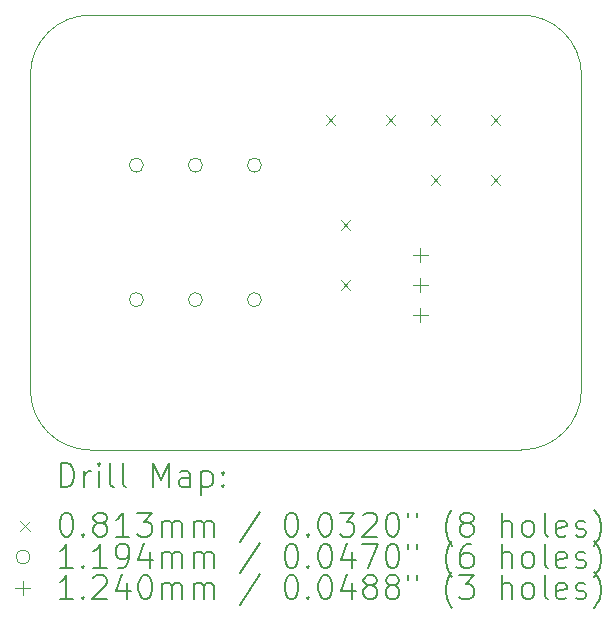
<source format=gbr>
%TF.GenerationSoftware,KiCad,Pcbnew,8.0.1-rc1*%
%TF.CreationDate,2024-04-19T00:03:45-05:00*%
%TF.ProjectId,voltage_converter,766f6c74-6167-4655-9f63-6f6e76657274,rev?*%
%TF.SameCoordinates,Original*%
%TF.FileFunction,Drillmap*%
%TF.FilePolarity,Positive*%
%FSLAX45Y45*%
G04 Gerber Fmt 4.5, Leading zero omitted, Abs format (unit mm)*
G04 Created by KiCad (PCBNEW 8.0.1-rc1) date 2024-04-19 00:03:45*
%MOMM*%
%LPD*%
G01*
G04 APERTURE LIST*
%ADD10C,0.050000*%
%ADD11C,0.200000*%
%ADD12C,0.100000*%
%ADD13C,0.119380*%
%ADD14C,0.124000*%
G04 APERTURE END LIST*
D10*
X13025110Y-12341360D02*
G75*
G02*
X12517110Y-11833360I0J508000D01*
G01*
X12517110Y-9167360D02*
G75*
G02*
X13025110Y-8659360I508000J0D01*
G01*
X16675110Y-8659360D02*
G75*
G02*
X17183110Y-9167360I0J-508000D01*
G01*
X17183110Y-11833360D02*
G75*
G02*
X16675110Y-12341360I-508000J0D01*
G01*
X13025110Y-12341360D02*
X16675110Y-12341360D01*
X17183110Y-11833360D02*
X17183110Y-9167360D01*
X16675110Y-8659360D02*
X13025110Y-8659360D01*
X12517110Y-9167360D02*
X12517110Y-11833360D01*
D11*
D12*
X15016470Y-9506720D02*
X15097750Y-9588000D01*
X15097750Y-9506720D02*
X15016470Y-9588000D01*
X15143470Y-10395720D02*
X15224750Y-10477000D01*
X15224750Y-10395720D02*
X15143470Y-10477000D01*
X15143470Y-10903720D02*
X15224750Y-10985000D01*
X15224750Y-10903720D02*
X15143470Y-10985000D01*
X15524470Y-9506720D02*
X15605750Y-9588000D01*
X15605750Y-9506720D02*
X15524470Y-9588000D01*
X15905470Y-9506720D02*
X15986750Y-9588000D01*
X15986750Y-9506720D02*
X15905470Y-9588000D01*
X15905470Y-10014720D02*
X15986750Y-10096000D01*
X15986750Y-10014720D02*
X15905470Y-10096000D01*
X16413470Y-9506720D02*
X16494750Y-9588000D01*
X16494750Y-9506720D02*
X16413470Y-9588000D01*
X16413470Y-10014720D02*
X16494750Y-10096000D01*
X16494750Y-10014720D02*
X16413470Y-10096000D01*
D13*
X13473800Y-9930360D02*
G75*
G02*
X13354420Y-9930360I-59690J0D01*
G01*
X13354420Y-9930360D02*
G75*
G02*
X13473800Y-9930360I59690J0D01*
G01*
X13473800Y-11069360D02*
G75*
G02*
X13354420Y-11069360I-59690J0D01*
G01*
X13354420Y-11069360D02*
G75*
G02*
X13473800Y-11069360I59690J0D01*
G01*
X13973800Y-9930360D02*
G75*
G02*
X13854420Y-9930360I-59690J0D01*
G01*
X13854420Y-9930360D02*
G75*
G02*
X13973800Y-9930360I59690J0D01*
G01*
X13973800Y-11069360D02*
G75*
G02*
X13854420Y-11069360I-59690J0D01*
G01*
X13854420Y-11069360D02*
G75*
G02*
X13973800Y-11069360I59690J0D01*
G01*
X14473800Y-9930360D02*
G75*
G02*
X14354420Y-9930360I-59690J0D01*
G01*
X14354420Y-9930360D02*
G75*
G02*
X14473800Y-9930360I59690J0D01*
G01*
X14473800Y-11069360D02*
G75*
G02*
X14354420Y-11069360I-59690J0D01*
G01*
X14354420Y-11069360D02*
G75*
G02*
X14473800Y-11069360I59690J0D01*
G01*
D14*
X15819110Y-10628360D02*
X15819110Y-10752360D01*
X15757110Y-10690360D02*
X15881110Y-10690360D01*
X15819110Y-10882360D02*
X15819110Y-11006360D01*
X15757110Y-10944360D02*
X15881110Y-10944360D01*
X15819110Y-11136360D02*
X15819110Y-11260360D01*
X15757110Y-11198360D02*
X15881110Y-11198360D01*
D11*
X12775387Y-12655344D02*
X12775387Y-12455344D01*
X12775387Y-12455344D02*
X12823006Y-12455344D01*
X12823006Y-12455344D02*
X12851577Y-12464868D01*
X12851577Y-12464868D02*
X12870625Y-12483915D01*
X12870625Y-12483915D02*
X12880149Y-12502963D01*
X12880149Y-12502963D02*
X12889672Y-12541058D01*
X12889672Y-12541058D02*
X12889672Y-12569629D01*
X12889672Y-12569629D02*
X12880149Y-12607725D01*
X12880149Y-12607725D02*
X12870625Y-12626772D01*
X12870625Y-12626772D02*
X12851577Y-12645820D01*
X12851577Y-12645820D02*
X12823006Y-12655344D01*
X12823006Y-12655344D02*
X12775387Y-12655344D01*
X12975387Y-12655344D02*
X12975387Y-12522010D01*
X12975387Y-12560106D02*
X12984911Y-12541058D01*
X12984911Y-12541058D02*
X12994434Y-12531534D01*
X12994434Y-12531534D02*
X13013482Y-12522010D01*
X13013482Y-12522010D02*
X13032530Y-12522010D01*
X13099196Y-12655344D02*
X13099196Y-12522010D01*
X13099196Y-12455344D02*
X13089672Y-12464868D01*
X13089672Y-12464868D02*
X13099196Y-12474391D01*
X13099196Y-12474391D02*
X13108720Y-12464868D01*
X13108720Y-12464868D02*
X13099196Y-12455344D01*
X13099196Y-12455344D02*
X13099196Y-12474391D01*
X13223006Y-12655344D02*
X13203958Y-12645820D01*
X13203958Y-12645820D02*
X13194434Y-12626772D01*
X13194434Y-12626772D02*
X13194434Y-12455344D01*
X13327768Y-12655344D02*
X13308720Y-12645820D01*
X13308720Y-12645820D02*
X13299196Y-12626772D01*
X13299196Y-12626772D02*
X13299196Y-12455344D01*
X13556339Y-12655344D02*
X13556339Y-12455344D01*
X13556339Y-12455344D02*
X13623006Y-12598201D01*
X13623006Y-12598201D02*
X13689672Y-12455344D01*
X13689672Y-12455344D02*
X13689672Y-12655344D01*
X13870625Y-12655344D02*
X13870625Y-12550582D01*
X13870625Y-12550582D02*
X13861101Y-12531534D01*
X13861101Y-12531534D02*
X13842053Y-12522010D01*
X13842053Y-12522010D02*
X13803958Y-12522010D01*
X13803958Y-12522010D02*
X13784911Y-12531534D01*
X13870625Y-12645820D02*
X13851577Y-12655344D01*
X13851577Y-12655344D02*
X13803958Y-12655344D01*
X13803958Y-12655344D02*
X13784911Y-12645820D01*
X13784911Y-12645820D02*
X13775387Y-12626772D01*
X13775387Y-12626772D02*
X13775387Y-12607725D01*
X13775387Y-12607725D02*
X13784911Y-12588677D01*
X13784911Y-12588677D02*
X13803958Y-12579153D01*
X13803958Y-12579153D02*
X13851577Y-12579153D01*
X13851577Y-12579153D02*
X13870625Y-12569629D01*
X13965863Y-12522010D02*
X13965863Y-12722010D01*
X13965863Y-12531534D02*
X13984911Y-12522010D01*
X13984911Y-12522010D02*
X14023006Y-12522010D01*
X14023006Y-12522010D02*
X14042053Y-12531534D01*
X14042053Y-12531534D02*
X14051577Y-12541058D01*
X14051577Y-12541058D02*
X14061101Y-12560106D01*
X14061101Y-12560106D02*
X14061101Y-12617248D01*
X14061101Y-12617248D02*
X14051577Y-12636296D01*
X14051577Y-12636296D02*
X14042053Y-12645820D01*
X14042053Y-12645820D02*
X14023006Y-12655344D01*
X14023006Y-12655344D02*
X13984911Y-12655344D01*
X13984911Y-12655344D02*
X13965863Y-12645820D01*
X14146815Y-12636296D02*
X14156339Y-12645820D01*
X14156339Y-12645820D02*
X14146815Y-12655344D01*
X14146815Y-12655344D02*
X14137292Y-12645820D01*
X14137292Y-12645820D02*
X14146815Y-12636296D01*
X14146815Y-12636296D02*
X14146815Y-12655344D01*
X14146815Y-12531534D02*
X14156339Y-12541058D01*
X14156339Y-12541058D02*
X14146815Y-12550582D01*
X14146815Y-12550582D02*
X14137292Y-12541058D01*
X14137292Y-12541058D02*
X14146815Y-12531534D01*
X14146815Y-12531534D02*
X14146815Y-12550582D01*
D12*
X12433330Y-12943220D02*
X12514610Y-13024500D01*
X12514610Y-12943220D02*
X12433330Y-13024500D01*
D11*
X12813482Y-12875344D02*
X12832530Y-12875344D01*
X12832530Y-12875344D02*
X12851577Y-12884868D01*
X12851577Y-12884868D02*
X12861101Y-12894391D01*
X12861101Y-12894391D02*
X12870625Y-12913439D01*
X12870625Y-12913439D02*
X12880149Y-12951534D01*
X12880149Y-12951534D02*
X12880149Y-12999153D01*
X12880149Y-12999153D02*
X12870625Y-13037248D01*
X12870625Y-13037248D02*
X12861101Y-13056296D01*
X12861101Y-13056296D02*
X12851577Y-13065820D01*
X12851577Y-13065820D02*
X12832530Y-13075344D01*
X12832530Y-13075344D02*
X12813482Y-13075344D01*
X12813482Y-13075344D02*
X12794434Y-13065820D01*
X12794434Y-13065820D02*
X12784911Y-13056296D01*
X12784911Y-13056296D02*
X12775387Y-13037248D01*
X12775387Y-13037248D02*
X12765863Y-12999153D01*
X12765863Y-12999153D02*
X12765863Y-12951534D01*
X12765863Y-12951534D02*
X12775387Y-12913439D01*
X12775387Y-12913439D02*
X12784911Y-12894391D01*
X12784911Y-12894391D02*
X12794434Y-12884868D01*
X12794434Y-12884868D02*
X12813482Y-12875344D01*
X12965863Y-13056296D02*
X12975387Y-13065820D01*
X12975387Y-13065820D02*
X12965863Y-13075344D01*
X12965863Y-13075344D02*
X12956339Y-13065820D01*
X12956339Y-13065820D02*
X12965863Y-13056296D01*
X12965863Y-13056296D02*
X12965863Y-13075344D01*
X13089672Y-12961058D02*
X13070625Y-12951534D01*
X13070625Y-12951534D02*
X13061101Y-12942010D01*
X13061101Y-12942010D02*
X13051577Y-12922963D01*
X13051577Y-12922963D02*
X13051577Y-12913439D01*
X13051577Y-12913439D02*
X13061101Y-12894391D01*
X13061101Y-12894391D02*
X13070625Y-12884868D01*
X13070625Y-12884868D02*
X13089672Y-12875344D01*
X13089672Y-12875344D02*
X13127768Y-12875344D01*
X13127768Y-12875344D02*
X13146815Y-12884868D01*
X13146815Y-12884868D02*
X13156339Y-12894391D01*
X13156339Y-12894391D02*
X13165863Y-12913439D01*
X13165863Y-12913439D02*
X13165863Y-12922963D01*
X13165863Y-12922963D02*
X13156339Y-12942010D01*
X13156339Y-12942010D02*
X13146815Y-12951534D01*
X13146815Y-12951534D02*
X13127768Y-12961058D01*
X13127768Y-12961058D02*
X13089672Y-12961058D01*
X13089672Y-12961058D02*
X13070625Y-12970582D01*
X13070625Y-12970582D02*
X13061101Y-12980106D01*
X13061101Y-12980106D02*
X13051577Y-12999153D01*
X13051577Y-12999153D02*
X13051577Y-13037248D01*
X13051577Y-13037248D02*
X13061101Y-13056296D01*
X13061101Y-13056296D02*
X13070625Y-13065820D01*
X13070625Y-13065820D02*
X13089672Y-13075344D01*
X13089672Y-13075344D02*
X13127768Y-13075344D01*
X13127768Y-13075344D02*
X13146815Y-13065820D01*
X13146815Y-13065820D02*
X13156339Y-13056296D01*
X13156339Y-13056296D02*
X13165863Y-13037248D01*
X13165863Y-13037248D02*
X13165863Y-12999153D01*
X13165863Y-12999153D02*
X13156339Y-12980106D01*
X13156339Y-12980106D02*
X13146815Y-12970582D01*
X13146815Y-12970582D02*
X13127768Y-12961058D01*
X13356339Y-13075344D02*
X13242053Y-13075344D01*
X13299196Y-13075344D02*
X13299196Y-12875344D01*
X13299196Y-12875344D02*
X13280149Y-12903915D01*
X13280149Y-12903915D02*
X13261101Y-12922963D01*
X13261101Y-12922963D02*
X13242053Y-12932487D01*
X13423006Y-12875344D02*
X13546815Y-12875344D01*
X13546815Y-12875344D02*
X13480149Y-12951534D01*
X13480149Y-12951534D02*
X13508720Y-12951534D01*
X13508720Y-12951534D02*
X13527768Y-12961058D01*
X13527768Y-12961058D02*
X13537292Y-12970582D01*
X13537292Y-12970582D02*
X13546815Y-12989629D01*
X13546815Y-12989629D02*
X13546815Y-13037248D01*
X13546815Y-13037248D02*
X13537292Y-13056296D01*
X13537292Y-13056296D02*
X13527768Y-13065820D01*
X13527768Y-13065820D02*
X13508720Y-13075344D01*
X13508720Y-13075344D02*
X13451577Y-13075344D01*
X13451577Y-13075344D02*
X13432530Y-13065820D01*
X13432530Y-13065820D02*
X13423006Y-13056296D01*
X13632530Y-13075344D02*
X13632530Y-12942010D01*
X13632530Y-12961058D02*
X13642053Y-12951534D01*
X13642053Y-12951534D02*
X13661101Y-12942010D01*
X13661101Y-12942010D02*
X13689673Y-12942010D01*
X13689673Y-12942010D02*
X13708720Y-12951534D01*
X13708720Y-12951534D02*
X13718244Y-12970582D01*
X13718244Y-12970582D02*
X13718244Y-13075344D01*
X13718244Y-12970582D02*
X13727768Y-12951534D01*
X13727768Y-12951534D02*
X13746815Y-12942010D01*
X13746815Y-12942010D02*
X13775387Y-12942010D01*
X13775387Y-12942010D02*
X13794434Y-12951534D01*
X13794434Y-12951534D02*
X13803958Y-12970582D01*
X13803958Y-12970582D02*
X13803958Y-13075344D01*
X13899196Y-13075344D02*
X13899196Y-12942010D01*
X13899196Y-12961058D02*
X13908720Y-12951534D01*
X13908720Y-12951534D02*
X13927768Y-12942010D01*
X13927768Y-12942010D02*
X13956339Y-12942010D01*
X13956339Y-12942010D02*
X13975387Y-12951534D01*
X13975387Y-12951534D02*
X13984911Y-12970582D01*
X13984911Y-12970582D02*
X13984911Y-13075344D01*
X13984911Y-12970582D02*
X13994434Y-12951534D01*
X13994434Y-12951534D02*
X14013482Y-12942010D01*
X14013482Y-12942010D02*
X14042053Y-12942010D01*
X14042053Y-12942010D02*
X14061101Y-12951534D01*
X14061101Y-12951534D02*
X14070625Y-12970582D01*
X14070625Y-12970582D02*
X14070625Y-13075344D01*
X14461101Y-12865820D02*
X14289673Y-13122963D01*
X14718244Y-12875344D02*
X14737292Y-12875344D01*
X14737292Y-12875344D02*
X14756339Y-12884868D01*
X14756339Y-12884868D02*
X14765863Y-12894391D01*
X14765863Y-12894391D02*
X14775387Y-12913439D01*
X14775387Y-12913439D02*
X14784911Y-12951534D01*
X14784911Y-12951534D02*
X14784911Y-12999153D01*
X14784911Y-12999153D02*
X14775387Y-13037248D01*
X14775387Y-13037248D02*
X14765863Y-13056296D01*
X14765863Y-13056296D02*
X14756339Y-13065820D01*
X14756339Y-13065820D02*
X14737292Y-13075344D01*
X14737292Y-13075344D02*
X14718244Y-13075344D01*
X14718244Y-13075344D02*
X14699196Y-13065820D01*
X14699196Y-13065820D02*
X14689673Y-13056296D01*
X14689673Y-13056296D02*
X14680149Y-13037248D01*
X14680149Y-13037248D02*
X14670625Y-12999153D01*
X14670625Y-12999153D02*
X14670625Y-12951534D01*
X14670625Y-12951534D02*
X14680149Y-12913439D01*
X14680149Y-12913439D02*
X14689673Y-12894391D01*
X14689673Y-12894391D02*
X14699196Y-12884868D01*
X14699196Y-12884868D02*
X14718244Y-12875344D01*
X14870625Y-13056296D02*
X14880149Y-13065820D01*
X14880149Y-13065820D02*
X14870625Y-13075344D01*
X14870625Y-13075344D02*
X14861101Y-13065820D01*
X14861101Y-13065820D02*
X14870625Y-13056296D01*
X14870625Y-13056296D02*
X14870625Y-13075344D01*
X15003958Y-12875344D02*
X15023006Y-12875344D01*
X15023006Y-12875344D02*
X15042054Y-12884868D01*
X15042054Y-12884868D02*
X15051577Y-12894391D01*
X15051577Y-12894391D02*
X15061101Y-12913439D01*
X15061101Y-12913439D02*
X15070625Y-12951534D01*
X15070625Y-12951534D02*
X15070625Y-12999153D01*
X15070625Y-12999153D02*
X15061101Y-13037248D01*
X15061101Y-13037248D02*
X15051577Y-13056296D01*
X15051577Y-13056296D02*
X15042054Y-13065820D01*
X15042054Y-13065820D02*
X15023006Y-13075344D01*
X15023006Y-13075344D02*
X15003958Y-13075344D01*
X15003958Y-13075344D02*
X14984911Y-13065820D01*
X14984911Y-13065820D02*
X14975387Y-13056296D01*
X14975387Y-13056296D02*
X14965863Y-13037248D01*
X14965863Y-13037248D02*
X14956339Y-12999153D01*
X14956339Y-12999153D02*
X14956339Y-12951534D01*
X14956339Y-12951534D02*
X14965863Y-12913439D01*
X14965863Y-12913439D02*
X14975387Y-12894391D01*
X14975387Y-12894391D02*
X14984911Y-12884868D01*
X14984911Y-12884868D02*
X15003958Y-12875344D01*
X15137292Y-12875344D02*
X15261101Y-12875344D01*
X15261101Y-12875344D02*
X15194435Y-12951534D01*
X15194435Y-12951534D02*
X15223006Y-12951534D01*
X15223006Y-12951534D02*
X15242054Y-12961058D01*
X15242054Y-12961058D02*
X15251577Y-12970582D01*
X15251577Y-12970582D02*
X15261101Y-12989629D01*
X15261101Y-12989629D02*
X15261101Y-13037248D01*
X15261101Y-13037248D02*
X15251577Y-13056296D01*
X15251577Y-13056296D02*
X15242054Y-13065820D01*
X15242054Y-13065820D02*
X15223006Y-13075344D01*
X15223006Y-13075344D02*
X15165863Y-13075344D01*
X15165863Y-13075344D02*
X15146816Y-13065820D01*
X15146816Y-13065820D02*
X15137292Y-13056296D01*
X15337292Y-12894391D02*
X15346816Y-12884868D01*
X15346816Y-12884868D02*
X15365863Y-12875344D01*
X15365863Y-12875344D02*
X15413482Y-12875344D01*
X15413482Y-12875344D02*
X15432530Y-12884868D01*
X15432530Y-12884868D02*
X15442054Y-12894391D01*
X15442054Y-12894391D02*
X15451577Y-12913439D01*
X15451577Y-12913439D02*
X15451577Y-12932487D01*
X15451577Y-12932487D02*
X15442054Y-12961058D01*
X15442054Y-12961058D02*
X15327768Y-13075344D01*
X15327768Y-13075344D02*
X15451577Y-13075344D01*
X15575387Y-12875344D02*
X15594435Y-12875344D01*
X15594435Y-12875344D02*
X15613482Y-12884868D01*
X15613482Y-12884868D02*
X15623006Y-12894391D01*
X15623006Y-12894391D02*
X15632530Y-12913439D01*
X15632530Y-12913439D02*
X15642054Y-12951534D01*
X15642054Y-12951534D02*
X15642054Y-12999153D01*
X15642054Y-12999153D02*
X15632530Y-13037248D01*
X15632530Y-13037248D02*
X15623006Y-13056296D01*
X15623006Y-13056296D02*
X15613482Y-13065820D01*
X15613482Y-13065820D02*
X15594435Y-13075344D01*
X15594435Y-13075344D02*
X15575387Y-13075344D01*
X15575387Y-13075344D02*
X15556339Y-13065820D01*
X15556339Y-13065820D02*
X15546816Y-13056296D01*
X15546816Y-13056296D02*
X15537292Y-13037248D01*
X15537292Y-13037248D02*
X15527768Y-12999153D01*
X15527768Y-12999153D02*
X15527768Y-12951534D01*
X15527768Y-12951534D02*
X15537292Y-12913439D01*
X15537292Y-12913439D02*
X15546816Y-12894391D01*
X15546816Y-12894391D02*
X15556339Y-12884868D01*
X15556339Y-12884868D02*
X15575387Y-12875344D01*
X15718244Y-12875344D02*
X15718244Y-12913439D01*
X15794435Y-12875344D02*
X15794435Y-12913439D01*
X16089673Y-13151534D02*
X16080149Y-13142010D01*
X16080149Y-13142010D02*
X16061101Y-13113439D01*
X16061101Y-13113439D02*
X16051578Y-13094391D01*
X16051578Y-13094391D02*
X16042054Y-13065820D01*
X16042054Y-13065820D02*
X16032530Y-13018201D01*
X16032530Y-13018201D02*
X16032530Y-12980106D01*
X16032530Y-12980106D02*
X16042054Y-12932487D01*
X16042054Y-12932487D02*
X16051578Y-12903915D01*
X16051578Y-12903915D02*
X16061101Y-12884868D01*
X16061101Y-12884868D02*
X16080149Y-12856296D01*
X16080149Y-12856296D02*
X16089673Y-12846772D01*
X16194435Y-12961058D02*
X16175387Y-12951534D01*
X16175387Y-12951534D02*
X16165863Y-12942010D01*
X16165863Y-12942010D02*
X16156339Y-12922963D01*
X16156339Y-12922963D02*
X16156339Y-12913439D01*
X16156339Y-12913439D02*
X16165863Y-12894391D01*
X16165863Y-12894391D02*
X16175387Y-12884868D01*
X16175387Y-12884868D02*
X16194435Y-12875344D01*
X16194435Y-12875344D02*
X16232530Y-12875344D01*
X16232530Y-12875344D02*
X16251578Y-12884868D01*
X16251578Y-12884868D02*
X16261101Y-12894391D01*
X16261101Y-12894391D02*
X16270625Y-12913439D01*
X16270625Y-12913439D02*
X16270625Y-12922963D01*
X16270625Y-12922963D02*
X16261101Y-12942010D01*
X16261101Y-12942010D02*
X16251578Y-12951534D01*
X16251578Y-12951534D02*
X16232530Y-12961058D01*
X16232530Y-12961058D02*
X16194435Y-12961058D01*
X16194435Y-12961058D02*
X16175387Y-12970582D01*
X16175387Y-12970582D02*
X16165863Y-12980106D01*
X16165863Y-12980106D02*
X16156339Y-12999153D01*
X16156339Y-12999153D02*
X16156339Y-13037248D01*
X16156339Y-13037248D02*
X16165863Y-13056296D01*
X16165863Y-13056296D02*
X16175387Y-13065820D01*
X16175387Y-13065820D02*
X16194435Y-13075344D01*
X16194435Y-13075344D02*
X16232530Y-13075344D01*
X16232530Y-13075344D02*
X16251578Y-13065820D01*
X16251578Y-13065820D02*
X16261101Y-13056296D01*
X16261101Y-13056296D02*
X16270625Y-13037248D01*
X16270625Y-13037248D02*
X16270625Y-12999153D01*
X16270625Y-12999153D02*
X16261101Y-12980106D01*
X16261101Y-12980106D02*
X16251578Y-12970582D01*
X16251578Y-12970582D02*
X16232530Y-12961058D01*
X16508720Y-13075344D02*
X16508720Y-12875344D01*
X16594435Y-13075344D02*
X16594435Y-12970582D01*
X16594435Y-12970582D02*
X16584911Y-12951534D01*
X16584911Y-12951534D02*
X16565863Y-12942010D01*
X16565863Y-12942010D02*
X16537292Y-12942010D01*
X16537292Y-12942010D02*
X16518244Y-12951534D01*
X16518244Y-12951534D02*
X16508720Y-12961058D01*
X16718244Y-13075344D02*
X16699197Y-13065820D01*
X16699197Y-13065820D02*
X16689673Y-13056296D01*
X16689673Y-13056296D02*
X16680149Y-13037248D01*
X16680149Y-13037248D02*
X16680149Y-12980106D01*
X16680149Y-12980106D02*
X16689673Y-12961058D01*
X16689673Y-12961058D02*
X16699197Y-12951534D01*
X16699197Y-12951534D02*
X16718244Y-12942010D01*
X16718244Y-12942010D02*
X16746816Y-12942010D01*
X16746816Y-12942010D02*
X16765863Y-12951534D01*
X16765863Y-12951534D02*
X16775387Y-12961058D01*
X16775387Y-12961058D02*
X16784911Y-12980106D01*
X16784911Y-12980106D02*
X16784911Y-13037248D01*
X16784911Y-13037248D02*
X16775387Y-13056296D01*
X16775387Y-13056296D02*
X16765863Y-13065820D01*
X16765863Y-13065820D02*
X16746816Y-13075344D01*
X16746816Y-13075344D02*
X16718244Y-13075344D01*
X16899197Y-13075344D02*
X16880149Y-13065820D01*
X16880149Y-13065820D02*
X16870625Y-13046772D01*
X16870625Y-13046772D02*
X16870625Y-12875344D01*
X17051578Y-13065820D02*
X17032530Y-13075344D01*
X17032530Y-13075344D02*
X16994435Y-13075344D01*
X16994435Y-13075344D02*
X16975387Y-13065820D01*
X16975387Y-13065820D02*
X16965863Y-13046772D01*
X16965863Y-13046772D02*
X16965863Y-12970582D01*
X16965863Y-12970582D02*
X16975387Y-12951534D01*
X16975387Y-12951534D02*
X16994435Y-12942010D01*
X16994435Y-12942010D02*
X17032530Y-12942010D01*
X17032530Y-12942010D02*
X17051578Y-12951534D01*
X17051578Y-12951534D02*
X17061102Y-12970582D01*
X17061102Y-12970582D02*
X17061102Y-12989629D01*
X17061102Y-12989629D02*
X16965863Y-13008677D01*
X17137292Y-13065820D02*
X17156340Y-13075344D01*
X17156340Y-13075344D02*
X17194435Y-13075344D01*
X17194435Y-13075344D02*
X17213483Y-13065820D01*
X17213483Y-13065820D02*
X17223006Y-13046772D01*
X17223006Y-13046772D02*
X17223006Y-13037248D01*
X17223006Y-13037248D02*
X17213483Y-13018201D01*
X17213483Y-13018201D02*
X17194435Y-13008677D01*
X17194435Y-13008677D02*
X17165863Y-13008677D01*
X17165863Y-13008677D02*
X17146816Y-12999153D01*
X17146816Y-12999153D02*
X17137292Y-12980106D01*
X17137292Y-12980106D02*
X17137292Y-12970582D01*
X17137292Y-12970582D02*
X17146816Y-12951534D01*
X17146816Y-12951534D02*
X17165863Y-12942010D01*
X17165863Y-12942010D02*
X17194435Y-12942010D01*
X17194435Y-12942010D02*
X17213483Y-12951534D01*
X17289673Y-13151534D02*
X17299197Y-13142010D01*
X17299197Y-13142010D02*
X17318244Y-13113439D01*
X17318244Y-13113439D02*
X17327768Y-13094391D01*
X17327768Y-13094391D02*
X17337292Y-13065820D01*
X17337292Y-13065820D02*
X17346816Y-13018201D01*
X17346816Y-13018201D02*
X17346816Y-12980106D01*
X17346816Y-12980106D02*
X17337292Y-12932487D01*
X17337292Y-12932487D02*
X17327768Y-12903915D01*
X17327768Y-12903915D02*
X17318244Y-12884868D01*
X17318244Y-12884868D02*
X17299197Y-12856296D01*
X17299197Y-12856296D02*
X17289673Y-12846772D01*
D13*
X12514610Y-13247860D02*
G75*
G02*
X12395230Y-13247860I-59690J0D01*
G01*
X12395230Y-13247860D02*
G75*
G02*
X12514610Y-13247860I59690J0D01*
G01*
D11*
X12880149Y-13339344D02*
X12765863Y-13339344D01*
X12823006Y-13339344D02*
X12823006Y-13139344D01*
X12823006Y-13139344D02*
X12803958Y-13167915D01*
X12803958Y-13167915D02*
X12784911Y-13186963D01*
X12784911Y-13186963D02*
X12765863Y-13196487D01*
X12965863Y-13320296D02*
X12975387Y-13329820D01*
X12975387Y-13329820D02*
X12965863Y-13339344D01*
X12965863Y-13339344D02*
X12956339Y-13329820D01*
X12956339Y-13329820D02*
X12965863Y-13320296D01*
X12965863Y-13320296D02*
X12965863Y-13339344D01*
X13165863Y-13339344D02*
X13051577Y-13339344D01*
X13108720Y-13339344D02*
X13108720Y-13139344D01*
X13108720Y-13139344D02*
X13089672Y-13167915D01*
X13089672Y-13167915D02*
X13070625Y-13186963D01*
X13070625Y-13186963D02*
X13051577Y-13196487D01*
X13261101Y-13339344D02*
X13299196Y-13339344D01*
X13299196Y-13339344D02*
X13318244Y-13329820D01*
X13318244Y-13329820D02*
X13327768Y-13320296D01*
X13327768Y-13320296D02*
X13346815Y-13291725D01*
X13346815Y-13291725D02*
X13356339Y-13253629D01*
X13356339Y-13253629D02*
X13356339Y-13177439D01*
X13356339Y-13177439D02*
X13346815Y-13158391D01*
X13346815Y-13158391D02*
X13337292Y-13148868D01*
X13337292Y-13148868D02*
X13318244Y-13139344D01*
X13318244Y-13139344D02*
X13280149Y-13139344D01*
X13280149Y-13139344D02*
X13261101Y-13148868D01*
X13261101Y-13148868D02*
X13251577Y-13158391D01*
X13251577Y-13158391D02*
X13242053Y-13177439D01*
X13242053Y-13177439D02*
X13242053Y-13225058D01*
X13242053Y-13225058D02*
X13251577Y-13244106D01*
X13251577Y-13244106D02*
X13261101Y-13253629D01*
X13261101Y-13253629D02*
X13280149Y-13263153D01*
X13280149Y-13263153D02*
X13318244Y-13263153D01*
X13318244Y-13263153D02*
X13337292Y-13253629D01*
X13337292Y-13253629D02*
X13346815Y-13244106D01*
X13346815Y-13244106D02*
X13356339Y-13225058D01*
X13527768Y-13206010D02*
X13527768Y-13339344D01*
X13480149Y-13129820D02*
X13432530Y-13272677D01*
X13432530Y-13272677D02*
X13556339Y-13272677D01*
X13632530Y-13339344D02*
X13632530Y-13206010D01*
X13632530Y-13225058D02*
X13642053Y-13215534D01*
X13642053Y-13215534D02*
X13661101Y-13206010D01*
X13661101Y-13206010D02*
X13689673Y-13206010D01*
X13689673Y-13206010D02*
X13708720Y-13215534D01*
X13708720Y-13215534D02*
X13718244Y-13234582D01*
X13718244Y-13234582D02*
X13718244Y-13339344D01*
X13718244Y-13234582D02*
X13727768Y-13215534D01*
X13727768Y-13215534D02*
X13746815Y-13206010D01*
X13746815Y-13206010D02*
X13775387Y-13206010D01*
X13775387Y-13206010D02*
X13794434Y-13215534D01*
X13794434Y-13215534D02*
X13803958Y-13234582D01*
X13803958Y-13234582D02*
X13803958Y-13339344D01*
X13899196Y-13339344D02*
X13899196Y-13206010D01*
X13899196Y-13225058D02*
X13908720Y-13215534D01*
X13908720Y-13215534D02*
X13927768Y-13206010D01*
X13927768Y-13206010D02*
X13956339Y-13206010D01*
X13956339Y-13206010D02*
X13975387Y-13215534D01*
X13975387Y-13215534D02*
X13984911Y-13234582D01*
X13984911Y-13234582D02*
X13984911Y-13339344D01*
X13984911Y-13234582D02*
X13994434Y-13215534D01*
X13994434Y-13215534D02*
X14013482Y-13206010D01*
X14013482Y-13206010D02*
X14042053Y-13206010D01*
X14042053Y-13206010D02*
X14061101Y-13215534D01*
X14061101Y-13215534D02*
X14070625Y-13234582D01*
X14070625Y-13234582D02*
X14070625Y-13339344D01*
X14461101Y-13129820D02*
X14289673Y-13386963D01*
X14718244Y-13139344D02*
X14737292Y-13139344D01*
X14737292Y-13139344D02*
X14756339Y-13148868D01*
X14756339Y-13148868D02*
X14765863Y-13158391D01*
X14765863Y-13158391D02*
X14775387Y-13177439D01*
X14775387Y-13177439D02*
X14784911Y-13215534D01*
X14784911Y-13215534D02*
X14784911Y-13263153D01*
X14784911Y-13263153D02*
X14775387Y-13301248D01*
X14775387Y-13301248D02*
X14765863Y-13320296D01*
X14765863Y-13320296D02*
X14756339Y-13329820D01*
X14756339Y-13329820D02*
X14737292Y-13339344D01*
X14737292Y-13339344D02*
X14718244Y-13339344D01*
X14718244Y-13339344D02*
X14699196Y-13329820D01*
X14699196Y-13329820D02*
X14689673Y-13320296D01*
X14689673Y-13320296D02*
X14680149Y-13301248D01*
X14680149Y-13301248D02*
X14670625Y-13263153D01*
X14670625Y-13263153D02*
X14670625Y-13215534D01*
X14670625Y-13215534D02*
X14680149Y-13177439D01*
X14680149Y-13177439D02*
X14689673Y-13158391D01*
X14689673Y-13158391D02*
X14699196Y-13148868D01*
X14699196Y-13148868D02*
X14718244Y-13139344D01*
X14870625Y-13320296D02*
X14880149Y-13329820D01*
X14880149Y-13329820D02*
X14870625Y-13339344D01*
X14870625Y-13339344D02*
X14861101Y-13329820D01*
X14861101Y-13329820D02*
X14870625Y-13320296D01*
X14870625Y-13320296D02*
X14870625Y-13339344D01*
X15003958Y-13139344D02*
X15023006Y-13139344D01*
X15023006Y-13139344D02*
X15042054Y-13148868D01*
X15042054Y-13148868D02*
X15051577Y-13158391D01*
X15051577Y-13158391D02*
X15061101Y-13177439D01*
X15061101Y-13177439D02*
X15070625Y-13215534D01*
X15070625Y-13215534D02*
X15070625Y-13263153D01*
X15070625Y-13263153D02*
X15061101Y-13301248D01*
X15061101Y-13301248D02*
X15051577Y-13320296D01*
X15051577Y-13320296D02*
X15042054Y-13329820D01*
X15042054Y-13329820D02*
X15023006Y-13339344D01*
X15023006Y-13339344D02*
X15003958Y-13339344D01*
X15003958Y-13339344D02*
X14984911Y-13329820D01*
X14984911Y-13329820D02*
X14975387Y-13320296D01*
X14975387Y-13320296D02*
X14965863Y-13301248D01*
X14965863Y-13301248D02*
X14956339Y-13263153D01*
X14956339Y-13263153D02*
X14956339Y-13215534D01*
X14956339Y-13215534D02*
X14965863Y-13177439D01*
X14965863Y-13177439D02*
X14975387Y-13158391D01*
X14975387Y-13158391D02*
X14984911Y-13148868D01*
X14984911Y-13148868D02*
X15003958Y-13139344D01*
X15242054Y-13206010D02*
X15242054Y-13339344D01*
X15194435Y-13129820D02*
X15146816Y-13272677D01*
X15146816Y-13272677D02*
X15270625Y-13272677D01*
X15327768Y-13139344D02*
X15461101Y-13139344D01*
X15461101Y-13139344D02*
X15375387Y-13339344D01*
X15575387Y-13139344D02*
X15594435Y-13139344D01*
X15594435Y-13139344D02*
X15613482Y-13148868D01*
X15613482Y-13148868D02*
X15623006Y-13158391D01*
X15623006Y-13158391D02*
X15632530Y-13177439D01*
X15632530Y-13177439D02*
X15642054Y-13215534D01*
X15642054Y-13215534D02*
X15642054Y-13263153D01*
X15642054Y-13263153D02*
X15632530Y-13301248D01*
X15632530Y-13301248D02*
X15623006Y-13320296D01*
X15623006Y-13320296D02*
X15613482Y-13329820D01*
X15613482Y-13329820D02*
X15594435Y-13339344D01*
X15594435Y-13339344D02*
X15575387Y-13339344D01*
X15575387Y-13339344D02*
X15556339Y-13329820D01*
X15556339Y-13329820D02*
X15546816Y-13320296D01*
X15546816Y-13320296D02*
X15537292Y-13301248D01*
X15537292Y-13301248D02*
X15527768Y-13263153D01*
X15527768Y-13263153D02*
X15527768Y-13215534D01*
X15527768Y-13215534D02*
X15537292Y-13177439D01*
X15537292Y-13177439D02*
X15546816Y-13158391D01*
X15546816Y-13158391D02*
X15556339Y-13148868D01*
X15556339Y-13148868D02*
X15575387Y-13139344D01*
X15718244Y-13139344D02*
X15718244Y-13177439D01*
X15794435Y-13139344D02*
X15794435Y-13177439D01*
X16089673Y-13415534D02*
X16080149Y-13406010D01*
X16080149Y-13406010D02*
X16061101Y-13377439D01*
X16061101Y-13377439D02*
X16051578Y-13358391D01*
X16051578Y-13358391D02*
X16042054Y-13329820D01*
X16042054Y-13329820D02*
X16032530Y-13282201D01*
X16032530Y-13282201D02*
X16032530Y-13244106D01*
X16032530Y-13244106D02*
X16042054Y-13196487D01*
X16042054Y-13196487D02*
X16051578Y-13167915D01*
X16051578Y-13167915D02*
X16061101Y-13148868D01*
X16061101Y-13148868D02*
X16080149Y-13120296D01*
X16080149Y-13120296D02*
X16089673Y-13110772D01*
X16251578Y-13139344D02*
X16213482Y-13139344D01*
X16213482Y-13139344D02*
X16194435Y-13148868D01*
X16194435Y-13148868D02*
X16184911Y-13158391D01*
X16184911Y-13158391D02*
X16165863Y-13186963D01*
X16165863Y-13186963D02*
X16156339Y-13225058D01*
X16156339Y-13225058D02*
X16156339Y-13301248D01*
X16156339Y-13301248D02*
X16165863Y-13320296D01*
X16165863Y-13320296D02*
X16175387Y-13329820D01*
X16175387Y-13329820D02*
X16194435Y-13339344D01*
X16194435Y-13339344D02*
X16232530Y-13339344D01*
X16232530Y-13339344D02*
X16251578Y-13329820D01*
X16251578Y-13329820D02*
X16261101Y-13320296D01*
X16261101Y-13320296D02*
X16270625Y-13301248D01*
X16270625Y-13301248D02*
X16270625Y-13253629D01*
X16270625Y-13253629D02*
X16261101Y-13234582D01*
X16261101Y-13234582D02*
X16251578Y-13225058D01*
X16251578Y-13225058D02*
X16232530Y-13215534D01*
X16232530Y-13215534D02*
X16194435Y-13215534D01*
X16194435Y-13215534D02*
X16175387Y-13225058D01*
X16175387Y-13225058D02*
X16165863Y-13234582D01*
X16165863Y-13234582D02*
X16156339Y-13253629D01*
X16508720Y-13339344D02*
X16508720Y-13139344D01*
X16594435Y-13339344D02*
X16594435Y-13234582D01*
X16594435Y-13234582D02*
X16584911Y-13215534D01*
X16584911Y-13215534D02*
X16565863Y-13206010D01*
X16565863Y-13206010D02*
X16537292Y-13206010D01*
X16537292Y-13206010D02*
X16518244Y-13215534D01*
X16518244Y-13215534D02*
X16508720Y-13225058D01*
X16718244Y-13339344D02*
X16699197Y-13329820D01*
X16699197Y-13329820D02*
X16689673Y-13320296D01*
X16689673Y-13320296D02*
X16680149Y-13301248D01*
X16680149Y-13301248D02*
X16680149Y-13244106D01*
X16680149Y-13244106D02*
X16689673Y-13225058D01*
X16689673Y-13225058D02*
X16699197Y-13215534D01*
X16699197Y-13215534D02*
X16718244Y-13206010D01*
X16718244Y-13206010D02*
X16746816Y-13206010D01*
X16746816Y-13206010D02*
X16765863Y-13215534D01*
X16765863Y-13215534D02*
X16775387Y-13225058D01*
X16775387Y-13225058D02*
X16784911Y-13244106D01*
X16784911Y-13244106D02*
X16784911Y-13301248D01*
X16784911Y-13301248D02*
X16775387Y-13320296D01*
X16775387Y-13320296D02*
X16765863Y-13329820D01*
X16765863Y-13329820D02*
X16746816Y-13339344D01*
X16746816Y-13339344D02*
X16718244Y-13339344D01*
X16899197Y-13339344D02*
X16880149Y-13329820D01*
X16880149Y-13329820D02*
X16870625Y-13310772D01*
X16870625Y-13310772D02*
X16870625Y-13139344D01*
X17051578Y-13329820D02*
X17032530Y-13339344D01*
X17032530Y-13339344D02*
X16994435Y-13339344D01*
X16994435Y-13339344D02*
X16975387Y-13329820D01*
X16975387Y-13329820D02*
X16965863Y-13310772D01*
X16965863Y-13310772D02*
X16965863Y-13234582D01*
X16965863Y-13234582D02*
X16975387Y-13215534D01*
X16975387Y-13215534D02*
X16994435Y-13206010D01*
X16994435Y-13206010D02*
X17032530Y-13206010D01*
X17032530Y-13206010D02*
X17051578Y-13215534D01*
X17051578Y-13215534D02*
X17061102Y-13234582D01*
X17061102Y-13234582D02*
X17061102Y-13253629D01*
X17061102Y-13253629D02*
X16965863Y-13272677D01*
X17137292Y-13329820D02*
X17156340Y-13339344D01*
X17156340Y-13339344D02*
X17194435Y-13339344D01*
X17194435Y-13339344D02*
X17213483Y-13329820D01*
X17213483Y-13329820D02*
X17223006Y-13310772D01*
X17223006Y-13310772D02*
X17223006Y-13301248D01*
X17223006Y-13301248D02*
X17213483Y-13282201D01*
X17213483Y-13282201D02*
X17194435Y-13272677D01*
X17194435Y-13272677D02*
X17165863Y-13272677D01*
X17165863Y-13272677D02*
X17146816Y-13263153D01*
X17146816Y-13263153D02*
X17137292Y-13244106D01*
X17137292Y-13244106D02*
X17137292Y-13234582D01*
X17137292Y-13234582D02*
X17146816Y-13215534D01*
X17146816Y-13215534D02*
X17165863Y-13206010D01*
X17165863Y-13206010D02*
X17194435Y-13206010D01*
X17194435Y-13206010D02*
X17213483Y-13215534D01*
X17289673Y-13415534D02*
X17299197Y-13406010D01*
X17299197Y-13406010D02*
X17318244Y-13377439D01*
X17318244Y-13377439D02*
X17327768Y-13358391D01*
X17327768Y-13358391D02*
X17337292Y-13329820D01*
X17337292Y-13329820D02*
X17346816Y-13282201D01*
X17346816Y-13282201D02*
X17346816Y-13244106D01*
X17346816Y-13244106D02*
X17337292Y-13196487D01*
X17337292Y-13196487D02*
X17327768Y-13167915D01*
X17327768Y-13167915D02*
X17318244Y-13148868D01*
X17318244Y-13148868D02*
X17299197Y-13120296D01*
X17299197Y-13120296D02*
X17289673Y-13110772D01*
D14*
X12452610Y-13449860D02*
X12452610Y-13573860D01*
X12390610Y-13511860D02*
X12514610Y-13511860D01*
D11*
X12880149Y-13603344D02*
X12765863Y-13603344D01*
X12823006Y-13603344D02*
X12823006Y-13403344D01*
X12823006Y-13403344D02*
X12803958Y-13431915D01*
X12803958Y-13431915D02*
X12784911Y-13450963D01*
X12784911Y-13450963D02*
X12765863Y-13460487D01*
X12965863Y-13584296D02*
X12975387Y-13593820D01*
X12975387Y-13593820D02*
X12965863Y-13603344D01*
X12965863Y-13603344D02*
X12956339Y-13593820D01*
X12956339Y-13593820D02*
X12965863Y-13584296D01*
X12965863Y-13584296D02*
X12965863Y-13603344D01*
X13051577Y-13422391D02*
X13061101Y-13412868D01*
X13061101Y-13412868D02*
X13080149Y-13403344D01*
X13080149Y-13403344D02*
X13127768Y-13403344D01*
X13127768Y-13403344D02*
X13146815Y-13412868D01*
X13146815Y-13412868D02*
X13156339Y-13422391D01*
X13156339Y-13422391D02*
X13165863Y-13441439D01*
X13165863Y-13441439D02*
X13165863Y-13460487D01*
X13165863Y-13460487D02*
X13156339Y-13489058D01*
X13156339Y-13489058D02*
X13042053Y-13603344D01*
X13042053Y-13603344D02*
X13165863Y-13603344D01*
X13337292Y-13470010D02*
X13337292Y-13603344D01*
X13289672Y-13393820D02*
X13242053Y-13536677D01*
X13242053Y-13536677D02*
X13365863Y-13536677D01*
X13480149Y-13403344D02*
X13499196Y-13403344D01*
X13499196Y-13403344D02*
X13518244Y-13412868D01*
X13518244Y-13412868D02*
X13527768Y-13422391D01*
X13527768Y-13422391D02*
X13537292Y-13441439D01*
X13537292Y-13441439D02*
X13546815Y-13479534D01*
X13546815Y-13479534D02*
X13546815Y-13527153D01*
X13546815Y-13527153D02*
X13537292Y-13565248D01*
X13537292Y-13565248D02*
X13527768Y-13584296D01*
X13527768Y-13584296D02*
X13518244Y-13593820D01*
X13518244Y-13593820D02*
X13499196Y-13603344D01*
X13499196Y-13603344D02*
X13480149Y-13603344D01*
X13480149Y-13603344D02*
X13461101Y-13593820D01*
X13461101Y-13593820D02*
X13451577Y-13584296D01*
X13451577Y-13584296D02*
X13442053Y-13565248D01*
X13442053Y-13565248D02*
X13432530Y-13527153D01*
X13432530Y-13527153D02*
X13432530Y-13479534D01*
X13432530Y-13479534D02*
X13442053Y-13441439D01*
X13442053Y-13441439D02*
X13451577Y-13422391D01*
X13451577Y-13422391D02*
X13461101Y-13412868D01*
X13461101Y-13412868D02*
X13480149Y-13403344D01*
X13632530Y-13603344D02*
X13632530Y-13470010D01*
X13632530Y-13489058D02*
X13642053Y-13479534D01*
X13642053Y-13479534D02*
X13661101Y-13470010D01*
X13661101Y-13470010D02*
X13689673Y-13470010D01*
X13689673Y-13470010D02*
X13708720Y-13479534D01*
X13708720Y-13479534D02*
X13718244Y-13498582D01*
X13718244Y-13498582D02*
X13718244Y-13603344D01*
X13718244Y-13498582D02*
X13727768Y-13479534D01*
X13727768Y-13479534D02*
X13746815Y-13470010D01*
X13746815Y-13470010D02*
X13775387Y-13470010D01*
X13775387Y-13470010D02*
X13794434Y-13479534D01*
X13794434Y-13479534D02*
X13803958Y-13498582D01*
X13803958Y-13498582D02*
X13803958Y-13603344D01*
X13899196Y-13603344D02*
X13899196Y-13470010D01*
X13899196Y-13489058D02*
X13908720Y-13479534D01*
X13908720Y-13479534D02*
X13927768Y-13470010D01*
X13927768Y-13470010D02*
X13956339Y-13470010D01*
X13956339Y-13470010D02*
X13975387Y-13479534D01*
X13975387Y-13479534D02*
X13984911Y-13498582D01*
X13984911Y-13498582D02*
X13984911Y-13603344D01*
X13984911Y-13498582D02*
X13994434Y-13479534D01*
X13994434Y-13479534D02*
X14013482Y-13470010D01*
X14013482Y-13470010D02*
X14042053Y-13470010D01*
X14042053Y-13470010D02*
X14061101Y-13479534D01*
X14061101Y-13479534D02*
X14070625Y-13498582D01*
X14070625Y-13498582D02*
X14070625Y-13603344D01*
X14461101Y-13393820D02*
X14289673Y-13650963D01*
X14718244Y-13403344D02*
X14737292Y-13403344D01*
X14737292Y-13403344D02*
X14756339Y-13412868D01*
X14756339Y-13412868D02*
X14765863Y-13422391D01*
X14765863Y-13422391D02*
X14775387Y-13441439D01*
X14775387Y-13441439D02*
X14784911Y-13479534D01*
X14784911Y-13479534D02*
X14784911Y-13527153D01*
X14784911Y-13527153D02*
X14775387Y-13565248D01*
X14775387Y-13565248D02*
X14765863Y-13584296D01*
X14765863Y-13584296D02*
X14756339Y-13593820D01*
X14756339Y-13593820D02*
X14737292Y-13603344D01*
X14737292Y-13603344D02*
X14718244Y-13603344D01*
X14718244Y-13603344D02*
X14699196Y-13593820D01*
X14699196Y-13593820D02*
X14689673Y-13584296D01*
X14689673Y-13584296D02*
X14680149Y-13565248D01*
X14680149Y-13565248D02*
X14670625Y-13527153D01*
X14670625Y-13527153D02*
X14670625Y-13479534D01*
X14670625Y-13479534D02*
X14680149Y-13441439D01*
X14680149Y-13441439D02*
X14689673Y-13422391D01*
X14689673Y-13422391D02*
X14699196Y-13412868D01*
X14699196Y-13412868D02*
X14718244Y-13403344D01*
X14870625Y-13584296D02*
X14880149Y-13593820D01*
X14880149Y-13593820D02*
X14870625Y-13603344D01*
X14870625Y-13603344D02*
X14861101Y-13593820D01*
X14861101Y-13593820D02*
X14870625Y-13584296D01*
X14870625Y-13584296D02*
X14870625Y-13603344D01*
X15003958Y-13403344D02*
X15023006Y-13403344D01*
X15023006Y-13403344D02*
X15042054Y-13412868D01*
X15042054Y-13412868D02*
X15051577Y-13422391D01*
X15051577Y-13422391D02*
X15061101Y-13441439D01*
X15061101Y-13441439D02*
X15070625Y-13479534D01*
X15070625Y-13479534D02*
X15070625Y-13527153D01*
X15070625Y-13527153D02*
X15061101Y-13565248D01*
X15061101Y-13565248D02*
X15051577Y-13584296D01*
X15051577Y-13584296D02*
X15042054Y-13593820D01*
X15042054Y-13593820D02*
X15023006Y-13603344D01*
X15023006Y-13603344D02*
X15003958Y-13603344D01*
X15003958Y-13603344D02*
X14984911Y-13593820D01*
X14984911Y-13593820D02*
X14975387Y-13584296D01*
X14975387Y-13584296D02*
X14965863Y-13565248D01*
X14965863Y-13565248D02*
X14956339Y-13527153D01*
X14956339Y-13527153D02*
X14956339Y-13479534D01*
X14956339Y-13479534D02*
X14965863Y-13441439D01*
X14965863Y-13441439D02*
X14975387Y-13422391D01*
X14975387Y-13422391D02*
X14984911Y-13412868D01*
X14984911Y-13412868D02*
X15003958Y-13403344D01*
X15242054Y-13470010D02*
X15242054Y-13603344D01*
X15194435Y-13393820D02*
X15146816Y-13536677D01*
X15146816Y-13536677D02*
X15270625Y-13536677D01*
X15375387Y-13489058D02*
X15356339Y-13479534D01*
X15356339Y-13479534D02*
X15346816Y-13470010D01*
X15346816Y-13470010D02*
X15337292Y-13450963D01*
X15337292Y-13450963D02*
X15337292Y-13441439D01*
X15337292Y-13441439D02*
X15346816Y-13422391D01*
X15346816Y-13422391D02*
X15356339Y-13412868D01*
X15356339Y-13412868D02*
X15375387Y-13403344D01*
X15375387Y-13403344D02*
X15413482Y-13403344D01*
X15413482Y-13403344D02*
X15432530Y-13412868D01*
X15432530Y-13412868D02*
X15442054Y-13422391D01*
X15442054Y-13422391D02*
X15451577Y-13441439D01*
X15451577Y-13441439D02*
X15451577Y-13450963D01*
X15451577Y-13450963D02*
X15442054Y-13470010D01*
X15442054Y-13470010D02*
X15432530Y-13479534D01*
X15432530Y-13479534D02*
X15413482Y-13489058D01*
X15413482Y-13489058D02*
X15375387Y-13489058D01*
X15375387Y-13489058D02*
X15356339Y-13498582D01*
X15356339Y-13498582D02*
X15346816Y-13508106D01*
X15346816Y-13508106D02*
X15337292Y-13527153D01*
X15337292Y-13527153D02*
X15337292Y-13565248D01*
X15337292Y-13565248D02*
X15346816Y-13584296D01*
X15346816Y-13584296D02*
X15356339Y-13593820D01*
X15356339Y-13593820D02*
X15375387Y-13603344D01*
X15375387Y-13603344D02*
X15413482Y-13603344D01*
X15413482Y-13603344D02*
X15432530Y-13593820D01*
X15432530Y-13593820D02*
X15442054Y-13584296D01*
X15442054Y-13584296D02*
X15451577Y-13565248D01*
X15451577Y-13565248D02*
X15451577Y-13527153D01*
X15451577Y-13527153D02*
X15442054Y-13508106D01*
X15442054Y-13508106D02*
X15432530Y-13498582D01*
X15432530Y-13498582D02*
X15413482Y-13489058D01*
X15565863Y-13489058D02*
X15546816Y-13479534D01*
X15546816Y-13479534D02*
X15537292Y-13470010D01*
X15537292Y-13470010D02*
X15527768Y-13450963D01*
X15527768Y-13450963D02*
X15527768Y-13441439D01*
X15527768Y-13441439D02*
X15537292Y-13422391D01*
X15537292Y-13422391D02*
X15546816Y-13412868D01*
X15546816Y-13412868D02*
X15565863Y-13403344D01*
X15565863Y-13403344D02*
X15603958Y-13403344D01*
X15603958Y-13403344D02*
X15623006Y-13412868D01*
X15623006Y-13412868D02*
X15632530Y-13422391D01*
X15632530Y-13422391D02*
X15642054Y-13441439D01*
X15642054Y-13441439D02*
X15642054Y-13450963D01*
X15642054Y-13450963D02*
X15632530Y-13470010D01*
X15632530Y-13470010D02*
X15623006Y-13479534D01*
X15623006Y-13479534D02*
X15603958Y-13489058D01*
X15603958Y-13489058D02*
X15565863Y-13489058D01*
X15565863Y-13489058D02*
X15546816Y-13498582D01*
X15546816Y-13498582D02*
X15537292Y-13508106D01*
X15537292Y-13508106D02*
X15527768Y-13527153D01*
X15527768Y-13527153D02*
X15527768Y-13565248D01*
X15527768Y-13565248D02*
X15537292Y-13584296D01*
X15537292Y-13584296D02*
X15546816Y-13593820D01*
X15546816Y-13593820D02*
X15565863Y-13603344D01*
X15565863Y-13603344D02*
X15603958Y-13603344D01*
X15603958Y-13603344D02*
X15623006Y-13593820D01*
X15623006Y-13593820D02*
X15632530Y-13584296D01*
X15632530Y-13584296D02*
X15642054Y-13565248D01*
X15642054Y-13565248D02*
X15642054Y-13527153D01*
X15642054Y-13527153D02*
X15632530Y-13508106D01*
X15632530Y-13508106D02*
X15623006Y-13498582D01*
X15623006Y-13498582D02*
X15603958Y-13489058D01*
X15718244Y-13403344D02*
X15718244Y-13441439D01*
X15794435Y-13403344D02*
X15794435Y-13441439D01*
X16089673Y-13679534D02*
X16080149Y-13670010D01*
X16080149Y-13670010D02*
X16061101Y-13641439D01*
X16061101Y-13641439D02*
X16051578Y-13622391D01*
X16051578Y-13622391D02*
X16042054Y-13593820D01*
X16042054Y-13593820D02*
X16032530Y-13546201D01*
X16032530Y-13546201D02*
X16032530Y-13508106D01*
X16032530Y-13508106D02*
X16042054Y-13460487D01*
X16042054Y-13460487D02*
X16051578Y-13431915D01*
X16051578Y-13431915D02*
X16061101Y-13412868D01*
X16061101Y-13412868D02*
X16080149Y-13384296D01*
X16080149Y-13384296D02*
X16089673Y-13374772D01*
X16146816Y-13403344D02*
X16270625Y-13403344D01*
X16270625Y-13403344D02*
X16203958Y-13479534D01*
X16203958Y-13479534D02*
X16232530Y-13479534D01*
X16232530Y-13479534D02*
X16251578Y-13489058D01*
X16251578Y-13489058D02*
X16261101Y-13498582D01*
X16261101Y-13498582D02*
X16270625Y-13517629D01*
X16270625Y-13517629D02*
X16270625Y-13565248D01*
X16270625Y-13565248D02*
X16261101Y-13584296D01*
X16261101Y-13584296D02*
X16251578Y-13593820D01*
X16251578Y-13593820D02*
X16232530Y-13603344D01*
X16232530Y-13603344D02*
X16175387Y-13603344D01*
X16175387Y-13603344D02*
X16156339Y-13593820D01*
X16156339Y-13593820D02*
X16146816Y-13584296D01*
X16508720Y-13603344D02*
X16508720Y-13403344D01*
X16594435Y-13603344D02*
X16594435Y-13498582D01*
X16594435Y-13498582D02*
X16584911Y-13479534D01*
X16584911Y-13479534D02*
X16565863Y-13470010D01*
X16565863Y-13470010D02*
X16537292Y-13470010D01*
X16537292Y-13470010D02*
X16518244Y-13479534D01*
X16518244Y-13479534D02*
X16508720Y-13489058D01*
X16718244Y-13603344D02*
X16699197Y-13593820D01*
X16699197Y-13593820D02*
X16689673Y-13584296D01*
X16689673Y-13584296D02*
X16680149Y-13565248D01*
X16680149Y-13565248D02*
X16680149Y-13508106D01*
X16680149Y-13508106D02*
X16689673Y-13489058D01*
X16689673Y-13489058D02*
X16699197Y-13479534D01*
X16699197Y-13479534D02*
X16718244Y-13470010D01*
X16718244Y-13470010D02*
X16746816Y-13470010D01*
X16746816Y-13470010D02*
X16765863Y-13479534D01*
X16765863Y-13479534D02*
X16775387Y-13489058D01*
X16775387Y-13489058D02*
X16784911Y-13508106D01*
X16784911Y-13508106D02*
X16784911Y-13565248D01*
X16784911Y-13565248D02*
X16775387Y-13584296D01*
X16775387Y-13584296D02*
X16765863Y-13593820D01*
X16765863Y-13593820D02*
X16746816Y-13603344D01*
X16746816Y-13603344D02*
X16718244Y-13603344D01*
X16899197Y-13603344D02*
X16880149Y-13593820D01*
X16880149Y-13593820D02*
X16870625Y-13574772D01*
X16870625Y-13574772D02*
X16870625Y-13403344D01*
X17051578Y-13593820D02*
X17032530Y-13603344D01*
X17032530Y-13603344D02*
X16994435Y-13603344D01*
X16994435Y-13603344D02*
X16975387Y-13593820D01*
X16975387Y-13593820D02*
X16965863Y-13574772D01*
X16965863Y-13574772D02*
X16965863Y-13498582D01*
X16965863Y-13498582D02*
X16975387Y-13479534D01*
X16975387Y-13479534D02*
X16994435Y-13470010D01*
X16994435Y-13470010D02*
X17032530Y-13470010D01*
X17032530Y-13470010D02*
X17051578Y-13479534D01*
X17051578Y-13479534D02*
X17061102Y-13498582D01*
X17061102Y-13498582D02*
X17061102Y-13517629D01*
X17061102Y-13517629D02*
X16965863Y-13536677D01*
X17137292Y-13593820D02*
X17156340Y-13603344D01*
X17156340Y-13603344D02*
X17194435Y-13603344D01*
X17194435Y-13603344D02*
X17213483Y-13593820D01*
X17213483Y-13593820D02*
X17223006Y-13574772D01*
X17223006Y-13574772D02*
X17223006Y-13565248D01*
X17223006Y-13565248D02*
X17213483Y-13546201D01*
X17213483Y-13546201D02*
X17194435Y-13536677D01*
X17194435Y-13536677D02*
X17165863Y-13536677D01*
X17165863Y-13536677D02*
X17146816Y-13527153D01*
X17146816Y-13527153D02*
X17137292Y-13508106D01*
X17137292Y-13508106D02*
X17137292Y-13498582D01*
X17137292Y-13498582D02*
X17146816Y-13479534D01*
X17146816Y-13479534D02*
X17165863Y-13470010D01*
X17165863Y-13470010D02*
X17194435Y-13470010D01*
X17194435Y-13470010D02*
X17213483Y-13479534D01*
X17289673Y-13679534D02*
X17299197Y-13670010D01*
X17299197Y-13670010D02*
X17318244Y-13641439D01*
X17318244Y-13641439D02*
X17327768Y-13622391D01*
X17327768Y-13622391D02*
X17337292Y-13593820D01*
X17337292Y-13593820D02*
X17346816Y-13546201D01*
X17346816Y-13546201D02*
X17346816Y-13508106D01*
X17346816Y-13508106D02*
X17337292Y-13460487D01*
X17337292Y-13460487D02*
X17327768Y-13431915D01*
X17327768Y-13431915D02*
X17318244Y-13412868D01*
X17318244Y-13412868D02*
X17299197Y-13384296D01*
X17299197Y-13384296D02*
X17289673Y-13374772D01*
M02*

</source>
